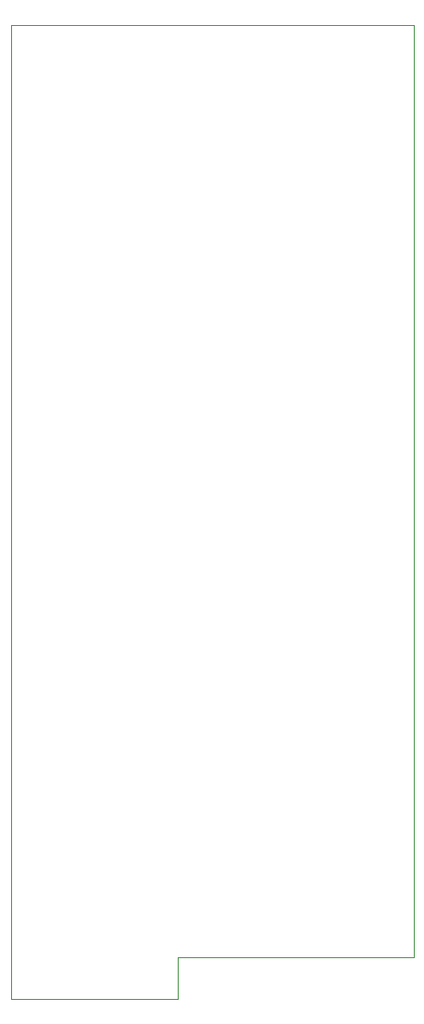
<source format=gbr>
G04 #@! TF.FileFunction,Profile,NP*
%FSLAX46Y46*%
G04 Gerber Fmt 4.6, Leading zero omitted, Abs format (unit mm)*
G04 Created by KiCad (PCBNEW 0.201506122246+5743~23~ubuntu14.04.1-product) date Mon 13 Jul 2015 16:56:03 BST*
%MOMM*%
G01*
G04 APERTURE LIST*
%ADD10C,0.100000*%
G04 APERTURE END LIST*
D10*
X135890000Y-113030000D02*
X135890000Y-27940000D01*
X114300000Y-113030000D02*
X135890000Y-113030000D01*
X114300000Y-114300000D02*
X114300000Y-113030000D01*
X135890000Y-27940000D02*
X127000000Y-27940000D01*
X127000000Y-27940000D02*
X120650000Y-27940000D01*
X99060000Y-27940000D02*
X120650000Y-27940000D01*
X99060000Y-50800000D02*
X99060000Y-27940000D01*
X114300000Y-116840000D02*
X114300000Y-114300000D01*
X99060000Y-116840000D02*
X114300000Y-116840000D01*
X99060000Y-116840000D02*
X99060000Y-50800000D01*
M02*

</source>
